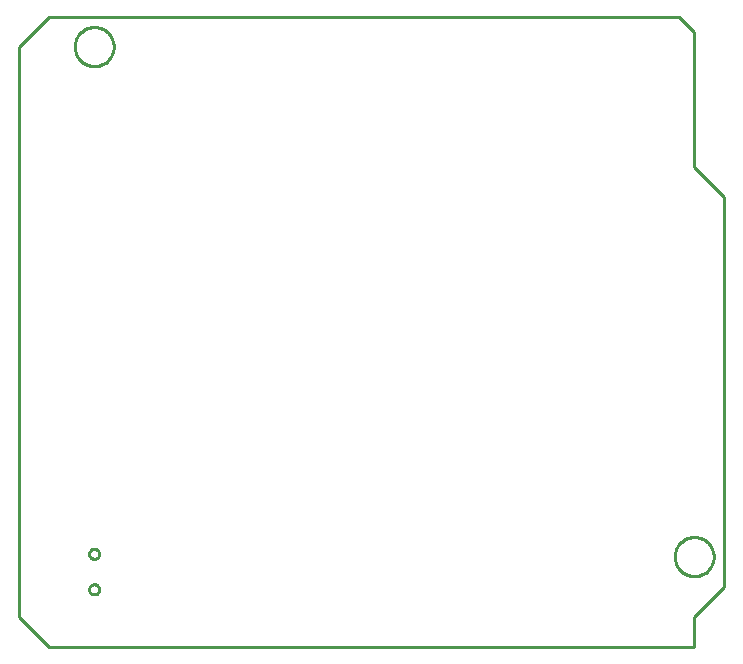
<source format=gbr>
G04 EAGLE Gerber RS-274X export*
G75*
%MOMM*%
%FSLAX34Y34*%
%LPD*%
%IN*%
%IPPOS*%
%AMOC8*
5,1,8,0,0,1.08239X$1,22.5*%
G01*
%ADD10C,0.254000*%


D10*
X0Y25400D02*
X25400Y0D01*
X571500Y0D01*
X571500Y25400D01*
X596900Y50800D01*
X596900Y381000D01*
X571500Y406400D01*
X571500Y520700D01*
X558800Y533400D01*
X25400Y533400D01*
X0Y508000D01*
X0Y25400D01*
X570960Y59690D02*
X569881Y59761D01*
X568809Y59902D01*
X567749Y60113D01*
X566705Y60392D01*
X565681Y60740D01*
X564683Y61154D01*
X563713Y61632D01*
X562777Y62172D01*
X561878Y62773D01*
X561021Y63431D01*
X560208Y64144D01*
X559444Y64908D01*
X558731Y65721D01*
X558073Y66578D01*
X557472Y67477D01*
X556932Y68413D01*
X556454Y69383D01*
X556040Y70381D01*
X555692Y71405D01*
X555413Y72449D01*
X555202Y73509D01*
X555061Y74581D01*
X554990Y75660D01*
X554990Y76740D01*
X555061Y77819D01*
X555202Y78891D01*
X555413Y79951D01*
X555692Y80995D01*
X556040Y82019D01*
X556454Y83017D01*
X556932Y83987D01*
X557472Y84923D01*
X558073Y85822D01*
X558731Y86679D01*
X559444Y87492D01*
X560208Y88257D01*
X561021Y88969D01*
X561878Y89627D01*
X562777Y90228D01*
X563713Y90768D01*
X564683Y91246D01*
X565681Y91660D01*
X566705Y92008D01*
X567749Y92287D01*
X568809Y92498D01*
X569881Y92639D01*
X570960Y92710D01*
X572040Y92710D01*
X573119Y92639D01*
X574191Y92498D01*
X575251Y92287D01*
X576295Y92008D01*
X577319Y91660D01*
X578317Y91246D01*
X579287Y90768D01*
X580223Y90228D01*
X581122Y89627D01*
X581979Y88969D01*
X582792Y88257D01*
X583557Y87492D01*
X584269Y86679D01*
X584927Y85822D01*
X585528Y84923D01*
X586068Y83987D01*
X586546Y83017D01*
X586960Y82019D01*
X587308Y80995D01*
X587587Y79951D01*
X587798Y78891D01*
X587939Y77819D01*
X588010Y76740D01*
X588010Y75660D01*
X587939Y74581D01*
X587798Y73509D01*
X587587Y72449D01*
X587308Y71405D01*
X586960Y70381D01*
X586546Y69383D01*
X586068Y68413D01*
X585528Y67477D01*
X584927Y66578D01*
X584269Y65721D01*
X583557Y64908D01*
X582792Y64144D01*
X581979Y63431D01*
X581122Y62773D01*
X580223Y62172D01*
X579287Y61632D01*
X578317Y61154D01*
X577319Y60740D01*
X576295Y60392D01*
X575251Y60113D01*
X574191Y59902D01*
X573119Y59761D01*
X572040Y59690D01*
X570960Y59690D01*
X62960Y491490D02*
X61881Y491561D01*
X60809Y491702D01*
X59749Y491913D01*
X58705Y492192D01*
X57681Y492540D01*
X56683Y492954D01*
X55713Y493432D01*
X54777Y493972D01*
X53878Y494573D01*
X53021Y495231D01*
X52208Y495944D01*
X51444Y496708D01*
X50731Y497521D01*
X50073Y498378D01*
X49472Y499277D01*
X48932Y500213D01*
X48454Y501183D01*
X48040Y502181D01*
X47692Y503205D01*
X47413Y504249D01*
X47202Y505309D01*
X47061Y506381D01*
X46990Y507460D01*
X46990Y508540D01*
X47061Y509619D01*
X47202Y510691D01*
X47413Y511751D01*
X47692Y512795D01*
X48040Y513819D01*
X48454Y514817D01*
X48932Y515787D01*
X49472Y516723D01*
X50073Y517622D01*
X50731Y518479D01*
X51444Y519292D01*
X52208Y520057D01*
X53021Y520769D01*
X53878Y521427D01*
X54777Y522028D01*
X55713Y522568D01*
X56683Y523046D01*
X57681Y523460D01*
X58705Y523808D01*
X59749Y524087D01*
X60809Y524298D01*
X61881Y524439D01*
X62960Y524510D01*
X64040Y524510D01*
X65119Y524439D01*
X66191Y524298D01*
X67251Y524087D01*
X68295Y523808D01*
X69319Y523460D01*
X70317Y523046D01*
X71287Y522568D01*
X72223Y522028D01*
X73122Y521427D01*
X73979Y520769D01*
X74792Y520057D01*
X75557Y519292D01*
X76269Y518479D01*
X76927Y517622D01*
X77528Y516723D01*
X78068Y515787D01*
X78546Y514817D01*
X78960Y513819D01*
X79308Y512795D01*
X79587Y511751D01*
X79798Y510691D01*
X79939Y509619D01*
X80010Y508540D01*
X80010Y507460D01*
X79939Y506381D01*
X79798Y505309D01*
X79587Y504249D01*
X79308Y503205D01*
X78960Y502181D01*
X78546Y501183D01*
X78068Y500213D01*
X77528Y499277D01*
X76927Y498378D01*
X76269Y497521D01*
X75557Y496708D01*
X74792Y495944D01*
X73979Y495231D01*
X73122Y494573D01*
X72223Y493972D01*
X71287Y493432D01*
X70317Y492954D01*
X69319Y492540D01*
X68295Y492192D01*
X67251Y491913D01*
X66191Y491702D01*
X65119Y491561D01*
X64040Y491490D01*
X62960Y491490D01*
X63221Y44250D02*
X62669Y44323D01*
X62131Y44467D01*
X61616Y44680D01*
X61134Y44959D01*
X60692Y45298D01*
X60298Y45692D01*
X59959Y46134D01*
X59680Y46616D01*
X59467Y47131D01*
X59323Y47669D01*
X59250Y48221D01*
X59250Y48779D01*
X59323Y49331D01*
X59467Y49869D01*
X59680Y50384D01*
X59959Y50866D01*
X60298Y51308D01*
X60692Y51702D01*
X61134Y52041D01*
X61616Y52320D01*
X62131Y52533D01*
X62669Y52677D01*
X63221Y52750D01*
X63779Y52750D01*
X64331Y52677D01*
X64869Y52533D01*
X65384Y52320D01*
X65866Y52041D01*
X66308Y51702D01*
X66702Y51308D01*
X67041Y50866D01*
X67320Y50384D01*
X67533Y49869D01*
X67677Y49331D01*
X67750Y48779D01*
X67750Y48221D01*
X67677Y47669D01*
X67533Y47131D01*
X67320Y46616D01*
X67041Y46134D01*
X66702Y45692D01*
X66308Y45298D01*
X65866Y44959D01*
X65384Y44680D01*
X64869Y44467D01*
X64331Y44323D01*
X63779Y44250D01*
X63221Y44250D01*
X63221Y74250D02*
X62669Y74323D01*
X62131Y74467D01*
X61616Y74680D01*
X61134Y74959D01*
X60692Y75298D01*
X60298Y75692D01*
X59959Y76134D01*
X59680Y76616D01*
X59467Y77131D01*
X59323Y77669D01*
X59250Y78221D01*
X59250Y78779D01*
X59323Y79331D01*
X59467Y79869D01*
X59680Y80384D01*
X59959Y80866D01*
X60298Y81308D01*
X60692Y81702D01*
X61134Y82041D01*
X61616Y82320D01*
X62131Y82533D01*
X62669Y82677D01*
X63221Y82750D01*
X63779Y82750D01*
X64331Y82677D01*
X64869Y82533D01*
X65384Y82320D01*
X65866Y82041D01*
X66308Y81702D01*
X66702Y81308D01*
X67041Y80866D01*
X67320Y80384D01*
X67533Y79869D01*
X67677Y79331D01*
X67750Y78779D01*
X67750Y78221D01*
X67677Y77669D01*
X67533Y77131D01*
X67320Y76616D01*
X67041Y76134D01*
X66702Y75692D01*
X66308Y75298D01*
X65866Y74959D01*
X65384Y74680D01*
X64869Y74467D01*
X64331Y74323D01*
X63779Y74250D01*
X63221Y74250D01*
M02*

</source>
